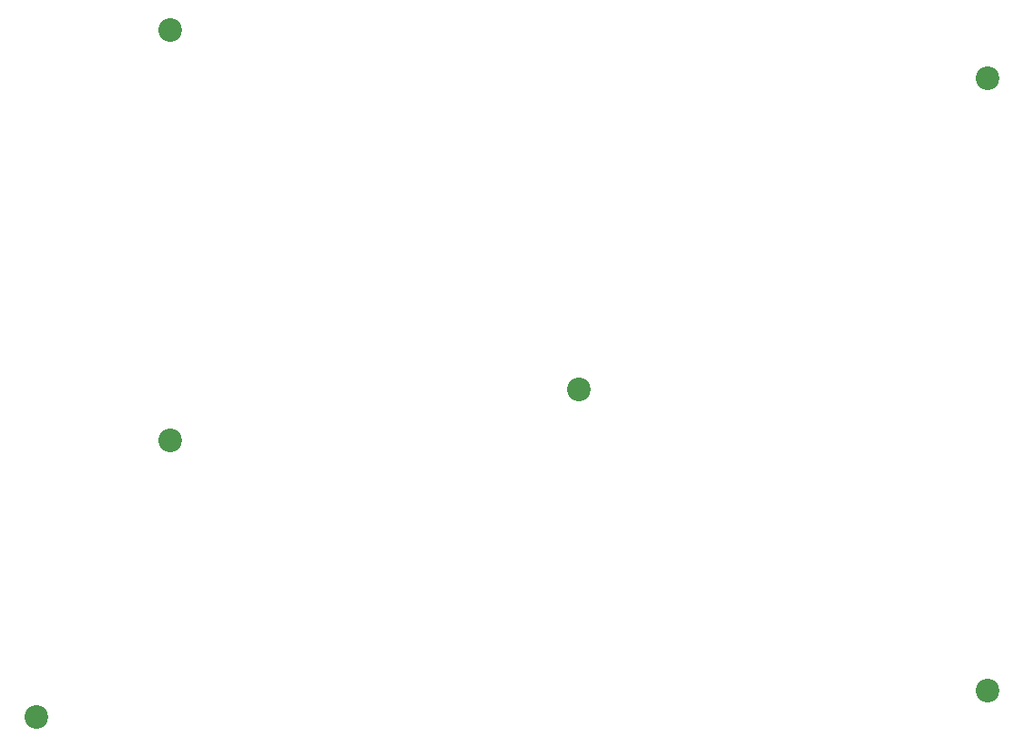
<source format=gbr>
%TF.GenerationSoftware,KiCad,Pcbnew,7.0.5*%
%TF.CreationDate,2023-11-25T23:01:16+09:00*%
%TF.ProjectId,Ultramarine-2_SwitchCover,556c7472-616d-4617-9269-6e652d325f53,rev?*%
%TF.SameCoordinates,Original*%
%TF.FileFunction,Soldermask,Top*%
%TF.FilePolarity,Negative*%
%FSLAX46Y46*%
G04 Gerber Fmt 4.6, Leading zero omitted, Abs format (unit mm)*
G04 Created by KiCad (PCBNEW 7.0.5) date 2023-11-25 23:01:16*
%MOMM*%
%LPD*%
G01*
G04 APERTURE LIST*
%ADD10C,2.200000*%
G04 APERTURE END LIST*
D10*
%TO.C,REF\u002A\u002A*%
X126500000Y-100250000D03*
%TD*%
%TO.C,REF\u002A\u002A*%
X126500000Y-62000000D03*
%TD*%
%TO.C,REF\u002A\u002A*%
X164500000Y-95500000D03*
%TD*%
%TO.C,REF\u002A\u002A*%
X202500000Y-66500000D03*
%TD*%
%TO.C,REF\u002A\u002A*%
X114000000Y-126000000D03*
%TD*%
%TO.C,REF\u002A\u002A*%
X202500000Y-123500000D03*
%TD*%
M02*

</source>
